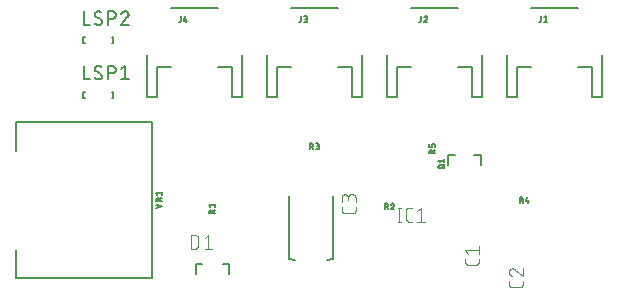
<source format=gbr>
G04 EAGLE Gerber RS-274X export*
G75*
%MOMM*%
%FSLAX34Y34*%
%LPD*%
%AMOC8*
5,1,8,0,0,1.08239X$1,22.5*%
G01*
%ADD10C,0.101600*%
%ADD11C,0.203200*%
%ADD12C,0.152400*%
%ADD13C,0.127000*%


D10*
X393192Y579901D02*
X393192Y577304D01*
X393190Y577205D01*
X393184Y577105D01*
X393175Y577006D01*
X393162Y576908D01*
X393145Y576810D01*
X393124Y576712D01*
X393099Y576616D01*
X393071Y576521D01*
X393039Y576427D01*
X393004Y576334D01*
X392965Y576242D01*
X392922Y576152D01*
X392877Y576064D01*
X392827Y575977D01*
X392775Y575893D01*
X392719Y575810D01*
X392661Y575730D01*
X392599Y575652D01*
X392534Y575577D01*
X392466Y575504D01*
X392396Y575434D01*
X392323Y575366D01*
X392248Y575301D01*
X392170Y575239D01*
X392090Y575181D01*
X392007Y575125D01*
X391923Y575073D01*
X391836Y575023D01*
X391748Y574978D01*
X391658Y574935D01*
X391566Y574896D01*
X391473Y574861D01*
X391379Y574829D01*
X391284Y574801D01*
X391188Y574776D01*
X391090Y574755D01*
X390992Y574738D01*
X390894Y574725D01*
X390795Y574716D01*
X390695Y574710D01*
X390596Y574708D01*
X384104Y574708D01*
X384005Y574710D01*
X383905Y574716D01*
X383806Y574725D01*
X383708Y574738D01*
X383610Y574756D01*
X383512Y574776D01*
X383416Y574801D01*
X383320Y574829D01*
X383226Y574861D01*
X383133Y574896D01*
X383042Y574935D01*
X382952Y574978D01*
X382863Y575023D01*
X382777Y575073D01*
X382692Y575125D01*
X382610Y575181D01*
X382530Y575240D01*
X382452Y575301D01*
X382376Y575366D01*
X382303Y575434D01*
X382233Y575504D01*
X382165Y575577D01*
X382100Y575653D01*
X382039Y575731D01*
X381980Y575811D01*
X381924Y575893D01*
X381872Y575978D01*
X381823Y576064D01*
X381777Y576153D01*
X381734Y576243D01*
X381695Y576334D01*
X381660Y576427D01*
X381628Y576521D01*
X381600Y576617D01*
X381575Y576713D01*
X381555Y576811D01*
X381537Y576909D01*
X381524Y577007D01*
X381515Y577106D01*
X381509Y577205D01*
X381507Y577305D01*
X381508Y577304D02*
X381508Y579901D01*
X384104Y584266D02*
X381508Y587512D01*
X393192Y587512D01*
X393192Y590757D02*
X393192Y584266D01*
X430342Y560851D02*
X430342Y558254D01*
X430340Y558155D01*
X430334Y558055D01*
X430325Y557956D01*
X430312Y557858D01*
X430295Y557760D01*
X430274Y557662D01*
X430249Y557566D01*
X430221Y557471D01*
X430189Y557377D01*
X430154Y557284D01*
X430115Y557192D01*
X430072Y557102D01*
X430027Y557014D01*
X429977Y556927D01*
X429925Y556843D01*
X429869Y556760D01*
X429811Y556680D01*
X429749Y556602D01*
X429684Y556527D01*
X429616Y556454D01*
X429546Y556384D01*
X429473Y556316D01*
X429398Y556251D01*
X429320Y556189D01*
X429240Y556131D01*
X429157Y556075D01*
X429073Y556023D01*
X428986Y555973D01*
X428898Y555928D01*
X428808Y555885D01*
X428716Y555846D01*
X428623Y555811D01*
X428529Y555779D01*
X428434Y555751D01*
X428338Y555726D01*
X428240Y555705D01*
X428142Y555688D01*
X428044Y555675D01*
X427945Y555666D01*
X427845Y555660D01*
X427746Y555658D01*
X421254Y555658D01*
X421155Y555660D01*
X421055Y555666D01*
X420956Y555675D01*
X420858Y555688D01*
X420760Y555706D01*
X420662Y555726D01*
X420566Y555751D01*
X420470Y555779D01*
X420376Y555811D01*
X420283Y555846D01*
X420192Y555885D01*
X420102Y555928D01*
X420013Y555973D01*
X419927Y556023D01*
X419842Y556075D01*
X419760Y556131D01*
X419680Y556190D01*
X419602Y556251D01*
X419526Y556316D01*
X419453Y556384D01*
X419383Y556454D01*
X419315Y556527D01*
X419250Y556603D01*
X419189Y556681D01*
X419130Y556761D01*
X419074Y556843D01*
X419022Y556928D01*
X418973Y557014D01*
X418927Y557103D01*
X418884Y557193D01*
X418845Y557284D01*
X418810Y557377D01*
X418778Y557471D01*
X418750Y557567D01*
X418725Y557663D01*
X418705Y557761D01*
X418687Y557859D01*
X418674Y557957D01*
X418665Y558056D01*
X418659Y558155D01*
X418657Y558255D01*
X418658Y558254D02*
X418658Y560851D01*
X418658Y568786D02*
X418660Y568893D01*
X418666Y568999D01*
X418676Y569105D01*
X418689Y569211D01*
X418707Y569317D01*
X418728Y569421D01*
X418753Y569525D01*
X418782Y569628D01*
X418814Y569729D01*
X418851Y569829D01*
X418891Y569928D01*
X418934Y570026D01*
X418981Y570122D01*
X419032Y570216D01*
X419086Y570308D01*
X419143Y570398D01*
X419203Y570486D01*
X419267Y570571D01*
X419334Y570654D01*
X419404Y570735D01*
X419476Y570813D01*
X419552Y570889D01*
X419630Y570961D01*
X419711Y571031D01*
X419794Y571098D01*
X419879Y571162D01*
X419967Y571222D01*
X420057Y571279D01*
X420149Y571333D01*
X420243Y571384D01*
X420339Y571431D01*
X420437Y571474D01*
X420536Y571514D01*
X420636Y571551D01*
X420737Y571583D01*
X420840Y571612D01*
X420944Y571637D01*
X421048Y571658D01*
X421154Y571676D01*
X421260Y571689D01*
X421366Y571699D01*
X421472Y571705D01*
X421579Y571707D01*
X418658Y568786D02*
X418660Y568665D01*
X418666Y568544D01*
X418676Y568424D01*
X418689Y568303D01*
X418707Y568184D01*
X418728Y568064D01*
X418753Y567946D01*
X418782Y567829D01*
X418815Y567712D01*
X418851Y567597D01*
X418892Y567483D01*
X418935Y567370D01*
X418983Y567258D01*
X419034Y567149D01*
X419089Y567041D01*
X419147Y566934D01*
X419208Y566830D01*
X419273Y566728D01*
X419341Y566628D01*
X419412Y566530D01*
X419486Y566434D01*
X419563Y566341D01*
X419644Y566251D01*
X419727Y566163D01*
X419813Y566078D01*
X419902Y565995D01*
X419993Y565916D01*
X420087Y565839D01*
X420183Y565766D01*
X420281Y565696D01*
X420382Y565629D01*
X420485Y565565D01*
X420590Y565505D01*
X420697Y565447D01*
X420805Y565394D01*
X420915Y565344D01*
X421027Y565298D01*
X421140Y565255D01*
X421255Y565216D01*
X423851Y570733D02*
X423773Y570812D01*
X423693Y570888D01*
X423610Y570961D01*
X423524Y571031D01*
X423437Y571098D01*
X423346Y571162D01*
X423254Y571222D01*
X423160Y571280D01*
X423063Y571334D01*
X422965Y571384D01*
X422865Y571431D01*
X422764Y571475D01*
X422661Y571515D01*
X422556Y571551D01*
X422451Y571583D01*
X422344Y571612D01*
X422237Y571637D01*
X422128Y571659D01*
X422019Y571676D01*
X421910Y571690D01*
X421800Y571699D01*
X421689Y571705D01*
X421579Y571707D01*
X423851Y570734D02*
X430342Y565216D01*
X430342Y571707D01*
D11*
X269800Y579900D02*
X269800Y633400D01*
X232800Y633400D02*
X232800Y579900D01*
X237800Y578900D01*
X264800Y578900D02*
X269800Y579900D01*
D10*
X288892Y621039D02*
X288892Y623636D01*
X288892Y621039D02*
X288890Y620940D01*
X288884Y620840D01*
X288875Y620741D01*
X288862Y620643D01*
X288845Y620545D01*
X288824Y620447D01*
X288799Y620351D01*
X288771Y620256D01*
X288739Y620162D01*
X288704Y620069D01*
X288665Y619977D01*
X288622Y619887D01*
X288577Y619799D01*
X288527Y619712D01*
X288475Y619628D01*
X288419Y619545D01*
X288361Y619465D01*
X288299Y619387D01*
X288234Y619312D01*
X288166Y619239D01*
X288096Y619169D01*
X288023Y619101D01*
X287948Y619036D01*
X287870Y618974D01*
X287790Y618916D01*
X287707Y618860D01*
X287623Y618808D01*
X287536Y618758D01*
X287448Y618713D01*
X287358Y618670D01*
X287266Y618631D01*
X287173Y618596D01*
X287079Y618564D01*
X286984Y618536D01*
X286888Y618511D01*
X286790Y618490D01*
X286692Y618473D01*
X286594Y618460D01*
X286495Y618451D01*
X286395Y618445D01*
X286296Y618443D01*
X279804Y618443D01*
X279804Y618442D02*
X279705Y618444D01*
X279605Y618450D01*
X279506Y618459D01*
X279408Y618472D01*
X279310Y618490D01*
X279212Y618510D01*
X279116Y618535D01*
X279020Y618563D01*
X278926Y618595D01*
X278833Y618630D01*
X278742Y618669D01*
X278652Y618712D01*
X278563Y618757D01*
X278477Y618807D01*
X278392Y618859D01*
X278310Y618915D01*
X278230Y618974D01*
X278152Y619035D01*
X278076Y619100D01*
X278003Y619168D01*
X277933Y619238D01*
X277865Y619311D01*
X277800Y619387D01*
X277739Y619465D01*
X277680Y619545D01*
X277624Y619627D01*
X277572Y619712D01*
X277523Y619798D01*
X277477Y619887D01*
X277434Y619977D01*
X277395Y620068D01*
X277360Y620161D01*
X277328Y620255D01*
X277300Y620351D01*
X277275Y620447D01*
X277255Y620545D01*
X277237Y620643D01*
X277224Y620741D01*
X277215Y620840D01*
X277209Y620939D01*
X277207Y621039D01*
X277208Y621039D02*
X277208Y623636D01*
X288892Y628001D02*
X288892Y631246D01*
X288890Y631359D01*
X288884Y631472D01*
X288874Y631585D01*
X288860Y631698D01*
X288843Y631810D01*
X288821Y631921D01*
X288796Y632031D01*
X288766Y632141D01*
X288733Y632249D01*
X288696Y632356D01*
X288656Y632462D01*
X288611Y632566D01*
X288563Y632669D01*
X288512Y632770D01*
X288457Y632869D01*
X288399Y632966D01*
X288337Y633061D01*
X288272Y633154D01*
X288204Y633244D01*
X288133Y633332D01*
X288058Y633418D01*
X287981Y633501D01*
X287901Y633581D01*
X287818Y633658D01*
X287732Y633733D01*
X287644Y633804D01*
X287554Y633872D01*
X287461Y633937D01*
X287366Y633999D01*
X287269Y634057D01*
X287170Y634112D01*
X287069Y634163D01*
X286966Y634211D01*
X286862Y634256D01*
X286756Y634296D01*
X286649Y634333D01*
X286541Y634366D01*
X286431Y634396D01*
X286321Y634421D01*
X286210Y634443D01*
X286098Y634460D01*
X285985Y634474D01*
X285872Y634484D01*
X285759Y634490D01*
X285646Y634492D01*
X285533Y634490D01*
X285420Y634484D01*
X285307Y634474D01*
X285194Y634460D01*
X285082Y634443D01*
X284971Y634421D01*
X284861Y634396D01*
X284751Y634366D01*
X284643Y634333D01*
X284536Y634296D01*
X284430Y634256D01*
X284326Y634211D01*
X284223Y634163D01*
X284122Y634112D01*
X284023Y634057D01*
X283926Y633999D01*
X283831Y633937D01*
X283738Y633872D01*
X283648Y633804D01*
X283560Y633733D01*
X283474Y633658D01*
X283391Y633581D01*
X283311Y633501D01*
X283234Y633418D01*
X283159Y633332D01*
X283088Y633244D01*
X283020Y633154D01*
X282955Y633061D01*
X282893Y632966D01*
X282835Y632869D01*
X282780Y632770D01*
X282729Y632669D01*
X282681Y632566D01*
X282636Y632462D01*
X282596Y632356D01*
X282559Y632249D01*
X282526Y632141D01*
X282496Y632031D01*
X282471Y631921D01*
X282449Y631810D01*
X282432Y631698D01*
X282418Y631585D01*
X282408Y631472D01*
X282402Y631359D01*
X282400Y631246D01*
X277208Y631896D02*
X277208Y628001D01*
X277208Y631896D02*
X277210Y631997D01*
X277216Y632097D01*
X277226Y632197D01*
X277239Y632297D01*
X277257Y632396D01*
X277278Y632495D01*
X277303Y632592D01*
X277332Y632689D01*
X277365Y632784D01*
X277401Y632878D01*
X277441Y632970D01*
X277484Y633061D01*
X277531Y633150D01*
X277581Y633237D01*
X277635Y633323D01*
X277692Y633406D01*
X277752Y633486D01*
X277815Y633565D01*
X277882Y633641D01*
X277951Y633714D01*
X278023Y633784D01*
X278097Y633852D01*
X278174Y633917D01*
X278254Y633978D01*
X278336Y634037D01*
X278420Y634092D01*
X278506Y634144D01*
X278594Y634193D01*
X278684Y634238D01*
X278776Y634280D01*
X278869Y634318D01*
X278964Y634352D01*
X279059Y634383D01*
X279156Y634410D01*
X279254Y634433D01*
X279353Y634453D01*
X279453Y634468D01*
X279553Y634480D01*
X279653Y634488D01*
X279754Y634492D01*
X279854Y634492D01*
X279955Y634488D01*
X280055Y634480D01*
X280155Y634468D01*
X280255Y634453D01*
X280354Y634433D01*
X280452Y634410D01*
X280549Y634383D01*
X280644Y634352D01*
X280739Y634318D01*
X280832Y634280D01*
X280924Y634238D01*
X281014Y634193D01*
X281102Y634144D01*
X281188Y634092D01*
X281272Y634037D01*
X281354Y633978D01*
X281434Y633917D01*
X281511Y633852D01*
X281585Y633784D01*
X281657Y633714D01*
X281726Y633641D01*
X281793Y633565D01*
X281856Y633486D01*
X281916Y633406D01*
X281973Y633323D01*
X282027Y633237D01*
X282077Y633150D01*
X282124Y633061D01*
X282167Y632970D01*
X282207Y632878D01*
X282243Y632784D01*
X282276Y632689D01*
X282305Y632592D01*
X282330Y632495D01*
X282351Y632396D01*
X282369Y632297D01*
X282382Y632197D01*
X282392Y632097D01*
X282398Y631997D01*
X282400Y631896D01*
X282401Y631896D02*
X282401Y629299D01*
D12*
X153576Y575404D02*
X153576Y567276D01*
X153576Y575404D02*
X159164Y575404D01*
X182024Y575404D02*
X182024Y567276D01*
X182024Y575404D02*
X176436Y575404D01*
D10*
X149258Y588358D02*
X149258Y600042D01*
X152504Y600042D01*
X152617Y600040D01*
X152730Y600034D01*
X152843Y600024D01*
X152956Y600010D01*
X153068Y599993D01*
X153179Y599971D01*
X153289Y599946D01*
X153399Y599916D01*
X153507Y599883D01*
X153614Y599846D01*
X153720Y599806D01*
X153824Y599761D01*
X153927Y599713D01*
X154028Y599662D01*
X154127Y599607D01*
X154224Y599549D01*
X154319Y599487D01*
X154412Y599422D01*
X154502Y599354D01*
X154590Y599283D01*
X154676Y599208D01*
X154759Y599131D01*
X154839Y599051D01*
X154916Y598968D01*
X154991Y598882D01*
X155062Y598794D01*
X155130Y598704D01*
X155195Y598611D01*
X155257Y598516D01*
X155315Y598419D01*
X155370Y598320D01*
X155421Y598219D01*
X155469Y598116D01*
X155514Y598012D01*
X155554Y597906D01*
X155591Y597799D01*
X155624Y597691D01*
X155654Y597581D01*
X155679Y597471D01*
X155701Y597360D01*
X155718Y597248D01*
X155732Y597135D01*
X155742Y597022D01*
X155748Y596909D01*
X155750Y596796D01*
X155749Y596796D02*
X155749Y591604D01*
X155750Y591604D02*
X155748Y591491D01*
X155742Y591378D01*
X155732Y591265D01*
X155718Y591152D01*
X155701Y591040D01*
X155679Y590929D01*
X155654Y590819D01*
X155624Y590709D01*
X155591Y590601D01*
X155554Y590494D01*
X155514Y590388D01*
X155469Y590284D01*
X155421Y590181D01*
X155370Y590080D01*
X155315Y589981D01*
X155257Y589884D01*
X155195Y589789D01*
X155130Y589696D01*
X155062Y589606D01*
X154991Y589518D01*
X154916Y589432D01*
X154839Y589349D01*
X154759Y589269D01*
X154676Y589192D01*
X154590Y589117D01*
X154502Y589046D01*
X154412Y588978D01*
X154319Y588913D01*
X154224Y588851D01*
X154127Y588793D01*
X154028Y588738D01*
X153927Y588687D01*
X153824Y588639D01*
X153720Y588594D01*
X153614Y588554D01*
X153507Y588517D01*
X153399Y588484D01*
X153289Y588454D01*
X153179Y588429D01*
X153068Y588407D01*
X152956Y588390D01*
X152843Y588376D01*
X152730Y588366D01*
X152617Y588360D01*
X152504Y588358D01*
X149258Y588358D01*
X161069Y597446D02*
X164315Y600042D01*
X164315Y588358D01*
X167560Y588358D02*
X161069Y588358D01*
X325656Y611378D02*
X325656Y623062D01*
X324358Y611378D02*
X326954Y611378D01*
X326954Y623062D02*
X324358Y623062D01*
X334118Y611378D02*
X336714Y611378D01*
X334118Y611378D02*
X334019Y611380D01*
X333919Y611386D01*
X333820Y611395D01*
X333722Y611408D01*
X333624Y611425D01*
X333526Y611446D01*
X333430Y611471D01*
X333335Y611499D01*
X333241Y611531D01*
X333148Y611566D01*
X333056Y611605D01*
X332966Y611648D01*
X332878Y611693D01*
X332791Y611743D01*
X332707Y611795D01*
X332624Y611851D01*
X332544Y611909D01*
X332466Y611971D01*
X332391Y612036D01*
X332318Y612104D01*
X332248Y612174D01*
X332180Y612247D01*
X332115Y612322D01*
X332053Y612400D01*
X331995Y612480D01*
X331939Y612563D01*
X331887Y612647D01*
X331837Y612734D01*
X331792Y612822D01*
X331749Y612912D01*
X331710Y613004D01*
X331675Y613097D01*
X331643Y613191D01*
X331615Y613286D01*
X331590Y613382D01*
X331569Y613480D01*
X331552Y613578D01*
X331539Y613676D01*
X331530Y613775D01*
X331524Y613875D01*
X331522Y613974D01*
X331521Y613974D02*
X331521Y620466D01*
X331522Y620466D02*
X331524Y620565D01*
X331530Y620665D01*
X331539Y620764D01*
X331552Y620862D01*
X331569Y620960D01*
X331590Y621058D01*
X331615Y621154D01*
X331643Y621249D01*
X331675Y621343D01*
X331710Y621436D01*
X331749Y621528D01*
X331792Y621618D01*
X331837Y621706D01*
X331887Y621793D01*
X331939Y621877D01*
X331995Y621960D01*
X332053Y622040D01*
X332115Y622118D01*
X332180Y622193D01*
X332248Y622266D01*
X332318Y622336D01*
X332391Y622404D01*
X332466Y622469D01*
X332544Y622531D01*
X332624Y622589D01*
X332707Y622645D01*
X332791Y622697D01*
X332878Y622747D01*
X332966Y622792D01*
X333056Y622835D01*
X333148Y622874D01*
X333240Y622909D01*
X333335Y622941D01*
X333430Y622969D01*
X333526Y622994D01*
X333624Y623015D01*
X333722Y623032D01*
X333820Y623045D01*
X333919Y623054D01*
X334019Y623060D01*
X334118Y623062D01*
X336714Y623062D01*
X341080Y620466D02*
X344325Y623062D01*
X344325Y611378D01*
X341080Y611378D02*
X347571Y611378D01*
D11*
X417200Y717000D02*
X417200Y752000D01*
X417200Y717000D02*
X425200Y717000D01*
X425200Y742000D01*
X437200Y742000D01*
X477200Y742000D02*
X489200Y742000D01*
X489200Y717000D01*
X497200Y717000D01*
X497200Y752000D01*
X477200Y792000D02*
X437200Y792000D01*
D13*
X445474Y785241D02*
X445474Y781487D01*
X445473Y781487D02*
X445471Y781422D01*
X445465Y781358D01*
X445455Y781294D01*
X445442Y781230D01*
X445424Y781168D01*
X445403Y781107D01*
X445379Y781047D01*
X445350Y780989D01*
X445318Y780932D01*
X445283Y780878D01*
X445245Y780826D01*
X445203Y780776D01*
X445159Y780729D01*
X445112Y780685D01*
X445062Y780643D01*
X445010Y780605D01*
X444956Y780570D01*
X444899Y780538D01*
X444841Y780509D01*
X444781Y780485D01*
X444720Y780464D01*
X444658Y780446D01*
X444594Y780433D01*
X444530Y780423D01*
X444466Y780417D01*
X444401Y780415D01*
X443865Y780415D01*
X448422Y784169D02*
X449762Y785241D01*
X449762Y780415D01*
X448422Y780415D02*
X451103Y780415D01*
D11*
X315600Y752000D02*
X315600Y717000D01*
X323600Y717000D01*
X323600Y742000D01*
X335600Y742000D01*
X375600Y742000D02*
X387600Y742000D01*
X387600Y717000D01*
X395600Y717000D01*
X395600Y752000D01*
X375600Y792000D02*
X335600Y792000D01*
D13*
X343874Y785241D02*
X343874Y781487D01*
X343873Y781487D02*
X343871Y781422D01*
X343865Y781358D01*
X343855Y781294D01*
X343842Y781230D01*
X343824Y781168D01*
X343803Y781107D01*
X343779Y781047D01*
X343750Y780989D01*
X343718Y780932D01*
X343683Y780878D01*
X343645Y780826D01*
X343603Y780776D01*
X343559Y780729D01*
X343512Y780685D01*
X343462Y780643D01*
X343410Y780605D01*
X343356Y780570D01*
X343299Y780538D01*
X343241Y780509D01*
X343181Y780485D01*
X343120Y780464D01*
X343058Y780446D01*
X342994Y780433D01*
X342930Y780423D01*
X342866Y780417D01*
X342801Y780415D01*
X342265Y780415D01*
X348296Y785241D02*
X348364Y785239D01*
X348431Y785233D01*
X348498Y785224D01*
X348565Y785211D01*
X348630Y785194D01*
X348695Y785173D01*
X348758Y785149D01*
X348820Y785121D01*
X348880Y785090D01*
X348938Y785056D01*
X348994Y785018D01*
X349049Y784978D01*
X349100Y784934D01*
X349149Y784887D01*
X349196Y784838D01*
X349240Y784787D01*
X349280Y784732D01*
X349318Y784676D01*
X349352Y784618D01*
X349383Y784558D01*
X349411Y784496D01*
X349435Y784433D01*
X349456Y784368D01*
X349473Y784303D01*
X349486Y784236D01*
X349495Y784169D01*
X349501Y784102D01*
X349503Y784034D01*
X348296Y785241D02*
X348218Y785239D01*
X348140Y785233D01*
X348063Y785223D01*
X347986Y785210D01*
X347910Y785192D01*
X347835Y785171D01*
X347761Y785146D01*
X347689Y785117D01*
X347618Y785085D01*
X347549Y785049D01*
X347481Y785010D01*
X347416Y784967D01*
X347353Y784921D01*
X347292Y784872D01*
X347234Y784820D01*
X347179Y784765D01*
X347126Y784708D01*
X347077Y784648D01*
X347030Y784585D01*
X346987Y784521D01*
X346947Y784454D01*
X346910Y784385D01*
X346877Y784314D01*
X346847Y784242D01*
X346821Y784169D01*
X349101Y783096D02*
X349150Y783145D01*
X349197Y783197D01*
X349240Y783252D01*
X349281Y783309D01*
X349319Y783368D01*
X349353Y783429D01*
X349384Y783492D01*
X349412Y783556D01*
X349436Y783622D01*
X349456Y783688D01*
X349473Y783756D01*
X349486Y783825D01*
X349495Y783894D01*
X349501Y783964D01*
X349503Y784034D01*
X349101Y783096D02*
X346822Y780415D01*
X349503Y780415D01*
D11*
X214000Y752000D02*
X214000Y717000D01*
X222000Y717000D01*
X222000Y742000D01*
X234000Y742000D01*
X274000Y742000D02*
X286000Y742000D01*
X286000Y717000D01*
X294000Y717000D01*
X294000Y752000D01*
X274000Y792000D02*
X234000Y792000D01*
D13*
X242274Y785241D02*
X242274Y781487D01*
X242273Y781487D02*
X242271Y781422D01*
X242265Y781358D01*
X242255Y781294D01*
X242242Y781230D01*
X242224Y781168D01*
X242203Y781107D01*
X242179Y781047D01*
X242150Y780989D01*
X242118Y780932D01*
X242083Y780878D01*
X242045Y780826D01*
X242003Y780776D01*
X241959Y780729D01*
X241912Y780685D01*
X241862Y780643D01*
X241810Y780605D01*
X241756Y780570D01*
X241699Y780538D01*
X241641Y780509D01*
X241581Y780485D01*
X241520Y780464D01*
X241458Y780446D01*
X241394Y780433D01*
X241330Y780423D01*
X241266Y780417D01*
X241201Y780415D01*
X240665Y780415D01*
X245222Y780415D02*
X246562Y780415D01*
X246633Y780417D01*
X246705Y780423D01*
X246775Y780432D01*
X246845Y780445D01*
X246915Y780462D01*
X246983Y780483D01*
X247050Y780507D01*
X247116Y780535D01*
X247180Y780566D01*
X247243Y780601D01*
X247303Y780639D01*
X247362Y780680D01*
X247418Y780724D01*
X247472Y780771D01*
X247523Y780820D01*
X247571Y780873D01*
X247617Y780928D01*
X247659Y780985D01*
X247699Y781045D01*
X247735Y781106D01*
X247768Y781170D01*
X247797Y781235D01*
X247823Y781301D01*
X247846Y781369D01*
X247865Y781438D01*
X247880Y781508D01*
X247891Y781578D01*
X247899Y781649D01*
X247903Y781720D01*
X247903Y781792D01*
X247899Y781863D01*
X247891Y781934D01*
X247880Y782004D01*
X247865Y782074D01*
X247846Y782143D01*
X247823Y782211D01*
X247797Y782277D01*
X247768Y782342D01*
X247735Y782406D01*
X247699Y782467D01*
X247659Y782527D01*
X247617Y782584D01*
X247571Y782639D01*
X247523Y782692D01*
X247472Y782741D01*
X247418Y782788D01*
X247362Y782832D01*
X247303Y782873D01*
X247243Y782911D01*
X247180Y782946D01*
X247116Y782977D01*
X247050Y783005D01*
X246983Y783029D01*
X246915Y783050D01*
X246845Y783067D01*
X246775Y783080D01*
X246705Y783089D01*
X246633Y783095D01*
X246562Y783097D01*
X246830Y785241D02*
X245222Y785241D01*
X246830Y785241D02*
X246895Y785239D01*
X246959Y785233D01*
X247023Y785223D01*
X247087Y785210D01*
X247149Y785192D01*
X247210Y785171D01*
X247270Y785147D01*
X247328Y785118D01*
X247385Y785086D01*
X247439Y785051D01*
X247491Y785013D01*
X247541Y784971D01*
X247588Y784927D01*
X247632Y784880D01*
X247674Y784830D01*
X247712Y784778D01*
X247747Y784724D01*
X247779Y784667D01*
X247808Y784609D01*
X247832Y784549D01*
X247853Y784488D01*
X247871Y784426D01*
X247884Y784362D01*
X247894Y784298D01*
X247900Y784234D01*
X247902Y784169D01*
X247900Y784104D01*
X247894Y784040D01*
X247884Y783976D01*
X247871Y783912D01*
X247853Y783850D01*
X247832Y783789D01*
X247808Y783729D01*
X247779Y783671D01*
X247747Y783614D01*
X247712Y783560D01*
X247674Y783508D01*
X247632Y783458D01*
X247588Y783411D01*
X247541Y783367D01*
X247491Y783325D01*
X247439Y783287D01*
X247385Y783252D01*
X247328Y783220D01*
X247270Y783191D01*
X247210Y783167D01*
X247149Y783146D01*
X247087Y783128D01*
X247023Y783115D01*
X246959Y783105D01*
X246895Y783099D01*
X246830Y783097D01*
X246830Y783096D02*
X245758Y783096D01*
D11*
X367000Y667400D02*
X373000Y667400D01*
X367000Y667400D02*
X367000Y659400D01*
X389000Y667400D02*
X395000Y667400D01*
X395000Y659400D01*
D13*
X362514Y656513D02*
X360370Y656513D01*
X360299Y656515D01*
X360227Y656521D01*
X360157Y656530D01*
X360087Y656543D01*
X360017Y656560D01*
X359949Y656581D01*
X359882Y656605D01*
X359816Y656633D01*
X359752Y656664D01*
X359689Y656699D01*
X359629Y656737D01*
X359570Y656778D01*
X359514Y656822D01*
X359460Y656869D01*
X359409Y656918D01*
X359361Y656971D01*
X359315Y657026D01*
X359273Y657083D01*
X359233Y657143D01*
X359197Y657204D01*
X359164Y657268D01*
X359135Y657333D01*
X359109Y657399D01*
X359086Y657467D01*
X359067Y657536D01*
X359052Y657606D01*
X359041Y657676D01*
X359033Y657747D01*
X359029Y657818D01*
X359029Y657890D01*
X359033Y657961D01*
X359041Y658032D01*
X359052Y658102D01*
X359067Y658172D01*
X359086Y658241D01*
X359109Y658309D01*
X359135Y658375D01*
X359164Y658440D01*
X359197Y658504D01*
X359233Y658565D01*
X359273Y658625D01*
X359315Y658682D01*
X359361Y658737D01*
X359409Y658790D01*
X359460Y658839D01*
X359514Y658886D01*
X359570Y658930D01*
X359629Y658971D01*
X359689Y659009D01*
X359752Y659044D01*
X359816Y659075D01*
X359882Y659103D01*
X359949Y659127D01*
X360017Y659148D01*
X360087Y659165D01*
X360157Y659178D01*
X360227Y659187D01*
X360299Y659193D01*
X360370Y659195D01*
X360370Y659194D02*
X362514Y659194D01*
X362514Y659195D02*
X362585Y659193D01*
X362657Y659187D01*
X362727Y659178D01*
X362797Y659165D01*
X362867Y659148D01*
X362935Y659127D01*
X363002Y659103D01*
X363068Y659075D01*
X363132Y659044D01*
X363195Y659009D01*
X363255Y658971D01*
X363314Y658930D01*
X363370Y658886D01*
X363424Y658839D01*
X363475Y658790D01*
X363523Y658737D01*
X363569Y658682D01*
X363611Y658625D01*
X363651Y658565D01*
X363687Y658504D01*
X363720Y658440D01*
X363749Y658375D01*
X363775Y658309D01*
X363798Y658241D01*
X363817Y658172D01*
X363832Y658102D01*
X363843Y658032D01*
X363851Y657961D01*
X363855Y657890D01*
X363855Y657818D01*
X363851Y657747D01*
X363843Y657676D01*
X363832Y657606D01*
X363817Y657536D01*
X363798Y657467D01*
X363775Y657399D01*
X363749Y657333D01*
X363720Y657268D01*
X363687Y657204D01*
X363651Y657143D01*
X363611Y657083D01*
X363569Y657026D01*
X363523Y656971D01*
X363475Y656918D01*
X363424Y656869D01*
X363370Y656822D01*
X363314Y656778D01*
X363255Y656737D01*
X363195Y656699D01*
X363132Y656664D01*
X363068Y656633D01*
X363002Y656605D01*
X362935Y656581D01*
X362867Y656560D01*
X362797Y656543D01*
X362727Y656530D01*
X362657Y656521D01*
X362585Y656515D01*
X362514Y656513D01*
X362783Y658658D02*
X363855Y659731D01*
X360101Y661606D02*
X359029Y662946D01*
X363855Y662946D01*
X363855Y661606D02*
X363855Y664287D01*
X169545Y618248D02*
X164719Y618248D01*
X164719Y619589D01*
X164721Y619660D01*
X164727Y619732D01*
X164736Y619802D01*
X164749Y619872D01*
X164766Y619942D01*
X164787Y620010D01*
X164811Y620077D01*
X164839Y620143D01*
X164870Y620207D01*
X164905Y620270D01*
X164943Y620330D01*
X164984Y620389D01*
X165028Y620445D01*
X165075Y620499D01*
X165124Y620550D01*
X165177Y620598D01*
X165232Y620644D01*
X165289Y620686D01*
X165349Y620726D01*
X165410Y620762D01*
X165474Y620795D01*
X165539Y620824D01*
X165605Y620850D01*
X165673Y620873D01*
X165742Y620892D01*
X165812Y620907D01*
X165882Y620918D01*
X165953Y620926D01*
X166024Y620930D01*
X166096Y620930D01*
X166167Y620926D01*
X166238Y620918D01*
X166308Y620907D01*
X166378Y620892D01*
X166447Y620873D01*
X166515Y620850D01*
X166581Y620824D01*
X166646Y620795D01*
X166710Y620762D01*
X166771Y620726D01*
X166831Y620686D01*
X166888Y620644D01*
X166943Y620598D01*
X166996Y620550D01*
X167045Y620499D01*
X167092Y620445D01*
X167136Y620389D01*
X167177Y620330D01*
X167215Y620270D01*
X167250Y620207D01*
X167281Y620143D01*
X167309Y620077D01*
X167333Y620010D01*
X167354Y619942D01*
X167371Y619872D01*
X167384Y619802D01*
X167393Y619732D01*
X167399Y619660D01*
X167401Y619589D01*
X167400Y619589D02*
X167400Y618248D01*
X167400Y619857D02*
X169545Y620929D01*
X165791Y623671D02*
X164719Y625011D01*
X169545Y625011D01*
X169545Y623671D02*
X169545Y626352D01*
X313448Y626745D02*
X313448Y621919D01*
X313448Y626745D02*
X314789Y626745D01*
X314860Y626743D01*
X314932Y626737D01*
X315002Y626728D01*
X315072Y626715D01*
X315142Y626698D01*
X315210Y626677D01*
X315277Y626653D01*
X315343Y626625D01*
X315407Y626594D01*
X315470Y626559D01*
X315530Y626521D01*
X315589Y626480D01*
X315645Y626436D01*
X315699Y626389D01*
X315750Y626340D01*
X315798Y626287D01*
X315844Y626232D01*
X315886Y626175D01*
X315926Y626115D01*
X315962Y626054D01*
X315995Y625990D01*
X316024Y625925D01*
X316050Y625859D01*
X316073Y625791D01*
X316092Y625722D01*
X316107Y625652D01*
X316118Y625582D01*
X316126Y625511D01*
X316130Y625440D01*
X316130Y625368D01*
X316126Y625297D01*
X316118Y625226D01*
X316107Y625156D01*
X316092Y625086D01*
X316073Y625017D01*
X316050Y624949D01*
X316024Y624883D01*
X315995Y624818D01*
X315962Y624754D01*
X315926Y624693D01*
X315886Y624633D01*
X315844Y624576D01*
X315798Y624521D01*
X315750Y624468D01*
X315699Y624419D01*
X315645Y624372D01*
X315589Y624328D01*
X315530Y624287D01*
X315470Y624249D01*
X315407Y624214D01*
X315343Y624183D01*
X315277Y624155D01*
X315210Y624131D01*
X315142Y624110D01*
X315072Y624093D01*
X315002Y624080D01*
X314932Y624071D01*
X314860Y624065D01*
X314789Y624063D01*
X314789Y624064D02*
X313448Y624064D01*
X315057Y624064D02*
X316129Y621919D01*
X320345Y626745D02*
X320413Y626743D01*
X320480Y626737D01*
X320547Y626728D01*
X320614Y626715D01*
X320679Y626698D01*
X320744Y626677D01*
X320807Y626653D01*
X320869Y626625D01*
X320929Y626594D01*
X320987Y626560D01*
X321043Y626522D01*
X321098Y626482D01*
X321149Y626438D01*
X321198Y626391D01*
X321245Y626342D01*
X321289Y626291D01*
X321329Y626236D01*
X321367Y626180D01*
X321401Y626122D01*
X321432Y626062D01*
X321460Y626000D01*
X321484Y625937D01*
X321505Y625872D01*
X321522Y625807D01*
X321535Y625740D01*
X321544Y625673D01*
X321550Y625606D01*
X321552Y625538D01*
X320345Y626745D02*
X320267Y626743D01*
X320189Y626737D01*
X320112Y626727D01*
X320035Y626714D01*
X319959Y626696D01*
X319884Y626675D01*
X319810Y626650D01*
X319738Y626621D01*
X319667Y626589D01*
X319598Y626553D01*
X319530Y626514D01*
X319465Y626471D01*
X319402Y626425D01*
X319341Y626376D01*
X319283Y626324D01*
X319228Y626269D01*
X319175Y626212D01*
X319126Y626152D01*
X319079Y626089D01*
X319036Y626025D01*
X318996Y625958D01*
X318959Y625889D01*
X318926Y625818D01*
X318896Y625746D01*
X318870Y625673D01*
X321150Y624600D02*
X321199Y624649D01*
X321246Y624701D01*
X321289Y624756D01*
X321330Y624813D01*
X321368Y624872D01*
X321402Y624933D01*
X321433Y624996D01*
X321461Y625060D01*
X321485Y625126D01*
X321505Y625192D01*
X321522Y625260D01*
X321535Y625329D01*
X321544Y625398D01*
X321550Y625468D01*
X321552Y625538D01*
X321150Y624600D02*
X318871Y621919D01*
X321552Y621919D01*
X249948Y672719D02*
X249948Y677545D01*
X251289Y677545D01*
X251360Y677543D01*
X251432Y677537D01*
X251502Y677528D01*
X251572Y677515D01*
X251642Y677498D01*
X251710Y677477D01*
X251777Y677453D01*
X251843Y677425D01*
X251907Y677394D01*
X251970Y677359D01*
X252030Y677321D01*
X252089Y677280D01*
X252145Y677236D01*
X252199Y677189D01*
X252250Y677140D01*
X252298Y677087D01*
X252344Y677032D01*
X252386Y676975D01*
X252426Y676915D01*
X252462Y676854D01*
X252495Y676790D01*
X252524Y676725D01*
X252550Y676659D01*
X252573Y676591D01*
X252592Y676522D01*
X252607Y676452D01*
X252618Y676382D01*
X252626Y676311D01*
X252630Y676240D01*
X252630Y676168D01*
X252626Y676097D01*
X252618Y676026D01*
X252607Y675956D01*
X252592Y675886D01*
X252573Y675817D01*
X252550Y675749D01*
X252524Y675683D01*
X252495Y675618D01*
X252462Y675554D01*
X252426Y675493D01*
X252386Y675433D01*
X252344Y675376D01*
X252298Y675321D01*
X252250Y675268D01*
X252199Y675219D01*
X252145Y675172D01*
X252089Y675128D01*
X252030Y675087D01*
X251970Y675049D01*
X251907Y675014D01*
X251843Y674983D01*
X251777Y674955D01*
X251710Y674931D01*
X251642Y674910D01*
X251572Y674893D01*
X251502Y674880D01*
X251432Y674871D01*
X251360Y674865D01*
X251289Y674863D01*
X251289Y674864D02*
X249948Y674864D01*
X251557Y674864D02*
X252629Y672719D01*
X255371Y672719D02*
X256711Y672719D01*
X256782Y672721D01*
X256854Y672727D01*
X256924Y672736D01*
X256994Y672749D01*
X257064Y672766D01*
X257132Y672787D01*
X257199Y672811D01*
X257265Y672839D01*
X257329Y672870D01*
X257392Y672905D01*
X257452Y672943D01*
X257511Y672984D01*
X257567Y673028D01*
X257621Y673075D01*
X257672Y673124D01*
X257720Y673177D01*
X257766Y673232D01*
X257808Y673289D01*
X257848Y673349D01*
X257884Y673410D01*
X257917Y673474D01*
X257946Y673539D01*
X257972Y673605D01*
X257995Y673673D01*
X258014Y673742D01*
X258029Y673812D01*
X258040Y673882D01*
X258048Y673953D01*
X258052Y674024D01*
X258052Y674096D01*
X258048Y674167D01*
X258040Y674238D01*
X258029Y674308D01*
X258014Y674378D01*
X257995Y674447D01*
X257972Y674515D01*
X257946Y674581D01*
X257917Y674646D01*
X257884Y674710D01*
X257848Y674771D01*
X257808Y674831D01*
X257766Y674888D01*
X257720Y674943D01*
X257672Y674996D01*
X257621Y675045D01*
X257567Y675092D01*
X257511Y675136D01*
X257452Y675177D01*
X257392Y675215D01*
X257329Y675250D01*
X257265Y675281D01*
X257199Y675309D01*
X257132Y675333D01*
X257064Y675354D01*
X256994Y675371D01*
X256924Y675384D01*
X256854Y675393D01*
X256782Y675399D01*
X256711Y675401D01*
X256979Y677545D02*
X255371Y677545D01*
X256979Y677545D02*
X257044Y677543D01*
X257108Y677537D01*
X257172Y677527D01*
X257236Y677514D01*
X257298Y677496D01*
X257359Y677475D01*
X257419Y677451D01*
X257477Y677422D01*
X257534Y677390D01*
X257588Y677355D01*
X257640Y677317D01*
X257690Y677275D01*
X257737Y677231D01*
X257781Y677184D01*
X257823Y677134D01*
X257861Y677082D01*
X257896Y677028D01*
X257928Y676971D01*
X257957Y676913D01*
X257981Y676853D01*
X258002Y676792D01*
X258020Y676730D01*
X258033Y676666D01*
X258043Y676602D01*
X258049Y676538D01*
X258051Y676473D01*
X258049Y676408D01*
X258043Y676344D01*
X258033Y676280D01*
X258020Y676216D01*
X258002Y676154D01*
X257981Y676093D01*
X257957Y676033D01*
X257928Y675975D01*
X257896Y675918D01*
X257861Y675864D01*
X257823Y675812D01*
X257781Y675762D01*
X257737Y675715D01*
X257690Y675671D01*
X257640Y675629D01*
X257588Y675591D01*
X257534Y675556D01*
X257477Y675524D01*
X257419Y675495D01*
X257359Y675471D01*
X257298Y675450D01*
X257236Y675432D01*
X257172Y675419D01*
X257108Y675409D01*
X257044Y675403D01*
X256979Y675401D01*
X256979Y675400D02*
X255907Y675400D01*
X427748Y632145D02*
X427748Y627319D01*
X427748Y632145D02*
X429089Y632145D01*
X429160Y632143D01*
X429232Y632137D01*
X429302Y632128D01*
X429372Y632115D01*
X429442Y632098D01*
X429510Y632077D01*
X429577Y632053D01*
X429643Y632025D01*
X429707Y631994D01*
X429770Y631959D01*
X429830Y631921D01*
X429889Y631880D01*
X429945Y631836D01*
X429999Y631789D01*
X430050Y631740D01*
X430098Y631687D01*
X430144Y631632D01*
X430186Y631575D01*
X430226Y631515D01*
X430262Y631454D01*
X430295Y631390D01*
X430324Y631325D01*
X430350Y631259D01*
X430373Y631191D01*
X430392Y631122D01*
X430407Y631052D01*
X430418Y630982D01*
X430426Y630911D01*
X430430Y630840D01*
X430430Y630768D01*
X430426Y630697D01*
X430418Y630626D01*
X430407Y630556D01*
X430392Y630486D01*
X430373Y630417D01*
X430350Y630349D01*
X430324Y630283D01*
X430295Y630218D01*
X430262Y630154D01*
X430226Y630093D01*
X430186Y630033D01*
X430144Y629976D01*
X430098Y629921D01*
X430050Y629868D01*
X429999Y629819D01*
X429945Y629772D01*
X429889Y629728D01*
X429830Y629687D01*
X429770Y629649D01*
X429707Y629614D01*
X429643Y629583D01*
X429577Y629555D01*
X429510Y629531D01*
X429442Y629510D01*
X429372Y629493D01*
X429302Y629480D01*
X429232Y629471D01*
X429160Y629465D01*
X429089Y629463D01*
X429089Y629464D02*
X427748Y629464D01*
X429357Y629464D02*
X430429Y627319D01*
X433171Y628391D02*
X434243Y632145D01*
X433171Y628391D02*
X435852Y628391D01*
X435048Y629464D02*
X435048Y627319D01*
X355981Y669048D02*
X351155Y669048D01*
X351155Y670389D01*
X351157Y670460D01*
X351163Y670532D01*
X351172Y670602D01*
X351185Y670672D01*
X351202Y670742D01*
X351223Y670810D01*
X351247Y670877D01*
X351275Y670943D01*
X351306Y671007D01*
X351341Y671070D01*
X351379Y671130D01*
X351420Y671189D01*
X351464Y671245D01*
X351511Y671299D01*
X351560Y671350D01*
X351613Y671398D01*
X351668Y671444D01*
X351725Y671486D01*
X351785Y671526D01*
X351846Y671562D01*
X351910Y671595D01*
X351975Y671624D01*
X352041Y671650D01*
X352109Y671673D01*
X352178Y671692D01*
X352248Y671707D01*
X352318Y671718D01*
X352389Y671726D01*
X352460Y671730D01*
X352532Y671730D01*
X352603Y671726D01*
X352674Y671718D01*
X352744Y671707D01*
X352814Y671692D01*
X352883Y671673D01*
X352951Y671650D01*
X353017Y671624D01*
X353082Y671595D01*
X353146Y671562D01*
X353207Y671526D01*
X353267Y671486D01*
X353324Y671444D01*
X353379Y671398D01*
X353432Y671350D01*
X353481Y671299D01*
X353528Y671245D01*
X353572Y671189D01*
X353613Y671130D01*
X353651Y671070D01*
X353686Y671007D01*
X353717Y670943D01*
X353745Y670877D01*
X353769Y670810D01*
X353790Y670742D01*
X353807Y670672D01*
X353820Y670602D01*
X353829Y670532D01*
X353835Y670460D01*
X353837Y670389D01*
X353836Y670389D02*
X353836Y669048D01*
X353836Y670657D02*
X355981Y671729D01*
X355981Y674471D02*
X355981Y676079D01*
X355979Y676144D01*
X355973Y676208D01*
X355963Y676272D01*
X355950Y676336D01*
X355932Y676398D01*
X355911Y676459D01*
X355887Y676519D01*
X355858Y676577D01*
X355826Y676634D01*
X355791Y676688D01*
X355753Y676740D01*
X355711Y676790D01*
X355667Y676837D01*
X355620Y676881D01*
X355570Y676923D01*
X355518Y676961D01*
X355464Y676996D01*
X355407Y677028D01*
X355349Y677057D01*
X355289Y677081D01*
X355228Y677102D01*
X355166Y677120D01*
X355102Y677133D01*
X355038Y677143D01*
X354974Y677149D01*
X354909Y677151D01*
X354909Y677152D02*
X354372Y677152D01*
X354372Y677151D02*
X354307Y677149D01*
X354243Y677143D01*
X354179Y677133D01*
X354115Y677120D01*
X354053Y677102D01*
X353992Y677081D01*
X353932Y677057D01*
X353874Y677028D01*
X353817Y676996D01*
X353763Y676961D01*
X353711Y676923D01*
X353661Y676881D01*
X353614Y676837D01*
X353570Y676790D01*
X353528Y676740D01*
X353490Y676688D01*
X353455Y676634D01*
X353423Y676577D01*
X353394Y676519D01*
X353370Y676459D01*
X353349Y676398D01*
X353331Y676336D01*
X353318Y676272D01*
X353308Y676208D01*
X353302Y676144D01*
X353300Y676079D01*
X353300Y674471D01*
X351155Y674471D01*
X351155Y677152D01*
D11*
X116840Y563560D02*
X1270Y563560D01*
X1270Y587690D01*
X1270Y695640D02*
X116840Y695640D01*
X1270Y695640D02*
X1270Y671510D01*
X116840Y695640D02*
X116840Y563560D01*
D13*
X120015Y622548D02*
X124841Y624156D01*
X120015Y625765D01*
X120015Y628549D02*
X124841Y628549D01*
X120015Y628549D02*
X120015Y629889D01*
X120017Y629960D01*
X120023Y630032D01*
X120032Y630102D01*
X120045Y630172D01*
X120062Y630242D01*
X120083Y630310D01*
X120107Y630377D01*
X120135Y630443D01*
X120166Y630507D01*
X120201Y630570D01*
X120239Y630630D01*
X120280Y630689D01*
X120324Y630745D01*
X120371Y630799D01*
X120420Y630850D01*
X120473Y630898D01*
X120528Y630944D01*
X120585Y630986D01*
X120645Y631026D01*
X120706Y631062D01*
X120770Y631095D01*
X120835Y631124D01*
X120901Y631150D01*
X120969Y631173D01*
X121038Y631192D01*
X121108Y631207D01*
X121178Y631218D01*
X121249Y631226D01*
X121320Y631230D01*
X121392Y631230D01*
X121463Y631226D01*
X121534Y631218D01*
X121604Y631207D01*
X121674Y631192D01*
X121743Y631173D01*
X121811Y631150D01*
X121877Y631124D01*
X121942Y631095D01*
X122006Y631062D01*
X122067Y631026D01*
X122127Y630986D01*
X122184Y630944D01*
X122239Y630898D01*
X122292Y630850D01*
X122341Y630799D01*
X122388Y630745D01*
X122432Y630689D01*
X122473Y630630D01*
X122511Y630570D01*
X122546Y630507D01*
X122577Y630443D01*
X122605Y630377D01*
X122629Y630310D01*
X122650Y630242D01*
X122667Y630172D01*
X122680Y630102D01*
X122689Y630032D01*
X122695Y629960D01*
X122697Y629889D01*
X122696Y629889D02*
X122696Y628549D01*
X122696Y630157D02*
X124841Y631230D01*
X121087Y633971D02*
X120015Y635312D01*
X124841Y635312D01*
X124841Y636652D02*
X124841Y633971D01*
D12*
X58100Y715960D02*
X58100Y721040D01*
X83500Y721040D02*
X83500Y715960D01*
X83500Y721040D02*
X82230Y721040D01*
X82230Y715960D02*
X83500Y715960D01*
X59370Y715960D02*
X58100Y715960D01*
X58100Y721040D02*
X59370Y721040D01*
D13*
X58735Y731835D02*
X58735Y743265D01*
X58735Y731835D02*
X63815Y731835D01*
X71664Y731835D02*
X71764Y731837D01*
X71863Y731843D01*
X71963Y731853D01*
X72061Y731866D01*
X72160Y731884D01*
X72257Y731905D01*
X72353Y731930D01*
X72449Y731959D01*
X72543Y731992D01*
X72636Y732028D01*
X72727Y732068D01*
X72817Y732112D01*
X72905Y732159D01*
X72991Y732209D01*
X73075Y732263D01*
X73157Y732320D01*
X73236Y732380D01*
X73314Y732444D01*
X73388Y732510D01*
X73460Y732579D01*
X73529Y732651D01*
X73595Y732725D01*
X73659Y732803D01*
X73719Y732882D01*
X73776Y732964D01*
X73830Y733048D01*
X73880Y733134D01*
X73927Y733222D01*
X73971Y733312D01*
X74011Y733403D01*
X74047Y733496D01*
X74080Y733590D01*
X74109Y733686D01*
X74134Y733782D01*
X74155Y733879D01*
X74173Y733978D01*
X74186Y734076D01*
X74196Y734176D01*
X74202Y734275D01*
X74204Y734375D01*
X71664Y731835D02*
X71523Y731837D01*
X71382Y731842D01*
X71241Y731852D01*
X71100Y731865D01*
X70960Y731881D01*
X70820Y731902D01*
X70681Y731926D01*
X70542Y731954D01*
X70405Y731985D01*
X70268Y732020D01*
X70132Y732058D01*
X69997Y732100D01*
X69864Y732146D01*
X69731Y732195D01*
X69600Y732248D01*
X69471Y732304D01*
X69342Y732363D01*
X69216Y732426D01*
X69091Y732492D01*
X68968Y732561D01*
X68847Y732634D01*
X68728Y732710D01*
X68610Y732789D01*
X68495Y732870D01*
X68383Y732955D01*
X68272Y733043D01*
X68164Y733134D01*
X68058Y733227D01*
X67955Y733324D01*
X67854Y733423D01*
X68171Y740725D02*
X68173Y740825D01*
X68179Y740924D01*
X68189Y741024D01*
X68202Y741122D01*
X68220Y741221D01*
X68241Y741318D01*
X68266Y741414D01*
X68295Y741510D01*
X68328Y741604D01*
X68364Y741697D01*
X68404Y741788D01*
X68448Y741878D01*
X68495Y741966D01*
X68545Y742052D01*
X68599Y742136D01*
X68656Y742218D01*
X68716Y742297D01*
X68780Y742375D01*
X68846Y742449D01*
X68915Y742521D01*
X68987Y742590D01*
X69061Y742656D01*
X69139Y742720D01*
X69218Y742780D01*
X69300Y742837D01*
X69384Y742891D01*
X69470Y742941D01*
X69558Y742988D01*
X69648Y743032D01*
X69739Y743072D01*
X69832Y743108D01*
X69926Y743141D01*
X70022Y743170D01*
X70118Y743195D01*
X70215Y743216D01*
X70314Y743234D01*
X70412Y743247D01*
X70512Y743257D01*
X70611Y743263D01*
X70711Y743265D01*
X70711Y743266D02*
X70844Y743264D01*
X70977Y743259D01*
X71110Y743249D01*
X71243Y743236D01*
X71375Y743219D01*
X71507Y743199D01*
X71638Y743175D01*
X71768Y743147D01*
X71898Y743116D01*
X72026Y743081D01*
X72154Y743042D01*
X72280Y743000D01*
X72405Y742954D01*
X72529Y742905D01*
X72652Y742853D01*
X72773Y742797D01*
X72892Y742737D01*
X73010Y742675D01*
X73125Y742609D01*
X73239Y742540D01*
X73351Y742467D01*
X73461Y742392D01*
X73569Y742313D01*
X69441Y738502D02*
X69357Y738554D01*
X69274Y738609D01*
X69194Y738668D01*
X69116Y738729D01*
X69041Y738793D01*
X68968Y738861D01*
X68897Y738931D01*
X68830Y739003D01*
X68765Y739078D01*
X68703Y739156D01*
X68644Y739236D01*
X68588Y739318D01*
X68536Y739402D01*
X68487Y739488D01*
X68441Y739576D01*
X68398Y739666D01*
X68359Y739757D01*
X68324Y739850D01*
X68292Y739944D01*
X68264Y740039D01*
X68239Y740135D01*
X68219Y740232D01*
X68201Y740330D01*
X68188Y740428D01*
X68179Y740527D01*
X68173Y740626D01*
X68171Y740725D01*
X72934Y736598D02*
X73018Y736546D01*
X73101Y736491D01*
X73181Y736432D01*
X73259Y736371D01*
X73334Y736307D01*
X73407Y736239D01*
X73478Y736169D01*
X73545Y736097D01*
X73610Y736022D01*
X73672Y735944D01*
X73731Y735864D01*
X73787Y735782D01*
X73839Y735698D01*
X73888Y735612D01*
X73934Y735524D01*
X73977Y735434D01*
X74016Y735343D01*
X74051Y735250D01*
X74083Y735156D01*
X74111Y735061D01*
X74136Y734965D01*
X74156Y734868D01*
X74174Y734770D01*
X74187Y734672D01*
X74196Y734573D01*
X74202Y734474D01*
X74204Y734375D01*
X72934Y736598D02*
X69441Y738503D01*
X79474Y743265D02*
X79474Y731835D01*
X79474Y743265D02*
X82649Y743265D01*
X82760Y743263D01*
X82870Y743257D01*
X82981Y743248D01*
X83091Y743234D01*
X83200Y743217D01*
X83309Y743196D01*
X83417Y743171D01*
X83524Y743142D01*
X83630Y743110D01*
X83735Y743074D01*
X83838Y743034D01*
X83940Y742991D01*
X84041Y742944D01*
X84140Y742893D01*
X84237Y742840D01*
X84331Y742783D01*
X84424Y742722D01*
X84515Y742659D01*
X84604Y742592D01*
X84690Y742522D01*
X84773Y742449D01*
X84855Y742374D01*
X84933Y742296D01*
X85008Y742214D01*
X85081Y742131D01*
X85151Y742045D01*
X85218Y741956D01*
X85281Y741865D01*
X85342Y741772D01*
X85399Y741677D01*
X85452Y741581D01*
X85503Y741482D01*
X85550Y741381D01*
X85593Y741279D01*
X85633Y741176D01*
X85669Y741071D01*
X85701Y740965D01*
X85730Y740858D01*
X85755Y740750D01*
X85776Y740641D01*
X85793Y740532D01*
X85807Y740422D01*
X85816Y740311D01*
X85822Y740201D01*
X85824Y740090D01*
X85822Y739979D01*
X85816Y739869D01*
X85807Y739758D01*
X85793Y739648D01*
X85776Y739539D01*
X85755Y739430D01*
X85730Y739322D01*
X85701Y739215D01*
X85669Y739109D01*
X85633Y739004D01*
X85593Y738901D01*
X85550Y738799D01*
X85503Y738698D01*
X85452Y738599D01*
X85399Y738503D01*
X85342Y738408D01*
X85281Y738315D01*
X85218Y738224D01*
X85151Y738135D01*
X85081Y738049D01*
X85008Y737966D01*
X84933Y737884D01*
X84855Y737806D01*
X84773Y737731D01*
X84690Y737658D01*
X84604Y737588D01*
X84515Y737521D01*
X84424Y737458D01*
X84331Y737397D01*
X84236Y737340D01*
X84140Y737287D01*
X84041Y737236D01*
X83940Y737189D01*
X83838Y737146D01*
X83735Y737106D01*
X83630Y737070D01*
X83524Y737038D01*
X83417Y737009D01*
X83309Y736984D01*
X83200Y736963D01*
X83091Y736946D01*
X82981Y736932D01*
X82870Y736923D01*
X82760Y736917D01*
X82649Y736915D01*
X79474Y736915D01*
X90333Y740725D02*
X93508Y743265D01*
X93508Y731835D01*
X90333Y731835D02*
X96683Y731835D01*
D12*
X58100Y762160D02*
X58100Y767240D01*
X83500Y767240D02*
X83500Y762160D01*
X83500Y767240D02*
X82230Y767240D01*
X82230Y762160D02*
X83500Y762160D01*
X59370Y762160D02*
X58100Y762160D01*
X58100Y767240D02*
X59370Y767240D01*
D13*
X58735Y778035D02*
X58735Y789465D01*
X58735Y778035D02*
X63815Y778035D01*
X71664Y778035D02*
X71764Y778037D01*
X71863Y778043D01*
X71963Y778053D01*
X72061Y778066D01*
X72160Y778084D01*
X72257Y778105D01*
X72353Y778130D01*
X72449Y778159D01*
X72543Y778192D01*
X72636Y778228D01*
X72727Y778268D01*
X72817Y778312D01*
X72905Y778359D01*
X72991Y778409D01*
X73075Y778463D01*
X73157Y778520D01*
X73236Y778580D01*
X73314Y778644D01*
X73388Y778710D01*
X73460Y778779D01*
X73529Y778851D01*
X73595Y778925D01*
X73659Y779003D01*
X73719Y779082D01*
X73776Y779164D01*
X73830Y779248D01*
X73880Y779334D01*
X73927Y779422D01*
X73971Y779512D01*
X74011Y779603D01*
X74047Y779696D01*
X74080Y779790D01*
X74109Y779886D01*
X74134Y779982D01*
X74155Y780079D01*
X74173Y780178D01*
X74186Y780276D01*
X74196Y780376D01*
X74202Y780475D01*
X74204Y780575D01*
X71664Y778035D02*
X71523Y778037D01*
X71382Y778042D01*
X71241Y778052D01*
X71100Y778065D01*
X70960Y778081D01*
X70820Y778102D01*
X70681Y778126D01*
X70542Y778154D01*
X70405Y778185D01*
X70268Y778220D01*
X70132Y778258D01*
X69997Y778300D01*
X69864Y778346D01*
X69731Y778395D01*
X69600Y778448D01*
X69471Y778504D01*
X69342Y778563D01*
X69216Y778626D01*
X69091Y778692D01*
X68968Y778761D01*
X68847Y778834D01*
X68728Y778910D01*
X68610Y778989D01*
X68495Y779070D01*
X68383Y779155D01*
X68272Y779243D01*
X68164Y779334D01*
X68058Y779427D01*
X67955Y779524D01*
X67854Y779623D01*
X68171Y786925D02*
X68173Y787025D01*
X68179Y787124D01*
X68189Y787224D01*
X68202Y787322D01*
X68220Y787421D01*
X68241Y787518D01*
X68266Y787614D01*
X68295Y787710D01*
X68328Y787804D01*
X68364Y787897D01*
X68404Y787988D01*
X68448Y788078D01*
X68495Y788166D01*
X68545Y788252D01*
X68599Y788336D01*
X68656Y788418D01*
X68716Y788497D01*
X68780Y788575D01*
X68846Y788649D01*
X68915Y788721D01*
X68987Y788790D01*
X69061Y788856D01*
X69139Y788920D01*
X69218Y788980D01*
X69300Y789037D01*
X69384Y789091D01*
X69470Y789141D01*
X69558Y789188D01*
X69648Y789232D01*
X69739Y789272D01*
X69832Y789308D01*
X69926Y789341D01*
X70022Y789370D01*
X70118Y789395D01*
X70215Y789416D01*
X70314Y789434D01*
X70412Y789447D01*
X70512Y789457D01*
X70611Y789463D01*
X70711Y789465D01*
X70711Y789466D02*
X70844Y789464D01*
X70977Y789459D01*
X71110Y789449D01*
X71243Y789436D01*
X71375Y789419D01*
X71507Y789399D01*
X71638Y789375D01*
X71768Y789347D01*
X71898Y789316D01*
X72026Y789281D01*
X72154Y789242D01*
X72280Y789200D01*
X72405Y789154D01*
X72529Y789105D01*
X72652Y789053D01*
X72773Y788997D01*
X72892Y788937D01*
X73010Y788875D01*
X73125Y788809D01*
X73239Y788740D01*
X73351Y788667D01*
X73461Y788592D01*
X73569Y788513D01*
X69441Y784702D02*
X69357Y784754D01*
X69274Y784809D01*
X69194Y784868D01*
X69116Y784929D01*
X69041Y784993D01*
X68968Y785061D01*
X68897Y785131D01*
X68830Y785203D01*
X68765Y785278D01*
X68703Y785356D01*
X68644Y785436D01*
X68588Y785518D01*
X68536Y785602D01*
X68487Y785688D01*
X68441Y785776D01*
X68398Y785866D01*
X68359Y785957D01*
X68324Y786050D01*
X68292Y786144D01*
X68264Y786239D01*
X68239Y786335D01*
X68219Y786432D01*
X68201Y786530D01*
X68188Y786628D01*
X68179Y786727D01*
X68173Y786826D01*
X68171Y786925D01*
X72934Y782798D02*
X73018Y782746D01*
X73101Y782691D01*
X73181Y782632D01*
X73259Y782571D01*
X73334Y782507D01*
X73407Y782439D01*
X73478Y782369D01*
X73545Y782297D01*
X73610Y782222D01*
X73672Y782144D01*
X73731Y782064D01*
X73787Y781982D01*
X73839Y781898D01*
X73888Y781812D01*
X73934Y781724D01*
X73977Y781634D01*
X74016Y781543D01*
X74051Y781450D01*
X74083Y781356D01*
X74111Y781261D01*
X74136Y781165D01*
X74156Y781068D01*
X74174Y780970D01*
X74187Y780872D01*
X74196Y780773D01*
X74202Y780674D01*
X74204Y780575D01*
X72934Y782798D02*
X69441Y784703D01*
X79474Y789465D02*
X79474Y778035D01*
X79474Y789465D02*
X82649Y789465D01*
X82760Y789463D01*
X82870Y789457D01*
X82981Y789448D01*
X83091Y789434D01*
X83200Y789417D01*
X83309Y789396D01*
X83417Y789371D01*
X83524Y789342D01*
X83630Y789310D01*
X83735Y789274D01*
X83838Y789234D01*
X83940Y789191D01*
X84041Y789144D01*
X84140Y789093D01*
X84237Y789040D01*
X84331Y788983D01*
X84424Y788922D01*
X84515Y788859D01*
X84604Y788792D01*
X84690Y788722D01*
X84773Y788649D01*
X84855Y788574D01*
X84933Y788496D01*
X85008Y788414D01*
X85081Y788331D01*
X85151Y788245D01*
X85218Y788156D01*
X85281Y788065D01*
X85342Y787972D01*
X85399Y787877D01*
X85452Y787781D01*
X85503Y787682D01*
X85550Y787581D01*
X85593Y787479D01*
X85633Y787376D01*
X85669Y787271D01*
X85701Y787165D01*
X85730Y787058D01*
X85755Y786950D01*
X85776Y786841D01*
X85793Y786732D01*
X85807Y786622D01*
X85816Y786511D01*
X85822Y786401D01*
X85824Y786290D01*
X85822Y786179D01*
X85816Y786069D01*
X85807Y785958D01*
X85793Y785848D01*
X85776Y785739D01*
X85755Y785630D01*
X85730Y785522D01*
X85701Y785415D01*
X85669Y785309D01*
X85633Y785204D01*
X85593Y785101D01*
X85550Y784999D01*
X85503Y784898D01*
X85452Y784799D01*
X85399Y784703D01*
X85342Y784608D01*
X85281Y784515D01*
X85218Y784424D01*
X85151Y784335D01*
X85081Y784249D01*
X85008Y784166D01*
X84933Y784084D01*
X84855Y784006D01*
X84773Y783931D01*
X84690Y783858D01*
X84604Y783788D01*
X84515Y783721D01*
X84424Y783658D01*
X84331Y783597D01*
X84236Y783540D01*
X84140Y783487D01*
X84041Y783436D01*
X83940Y783389D01*
X83838Y783346D01*
X83735Y783306D01*
X83630Y783270D01*
X83524Y783238D01*
X83417Y783209D01*
X83309Y783184D01*
X83200Y783163D01*
X83091Y783146D01*
X82981Y783132D01*
X82870Y783123D01*
X82760Y783117D01*
X82649Y783115D01*
X79474Y783115D01*
X93825Y789466D02*
X93929Y789464D01*
X94034Y789458D01*
X94138Y789449D01*
X94241Y789436D01*
X94344Y789418D01*
X94446Y789398D01*
X94548Y789373D01*
X94648Y789345D01*
X94748Y789313D01*
X94846Y789277D01*
X94943Y789238D01*
X95038Y789196D01*
X95132Y789150D01*
X95224Y789100D01*
X95314Y789048D01*
X95402Y788992D01*
X95488Y788932D01*
X95572Y788870D01*
X95653Y788805D01*
X95732Y788737D01*
X95809Y788665D01*
X95882Y788592D01*
X95954Y788515D01*
X96022Y788436D01*
X96087Y788355D01*
X96149Y788271D01*
X96209Y788185D01*
X96265Y788097D01*
X96317Y788007D01*
X96367Y787915D01*
X96413Y787821D01*
X96455Y787726D01*
X96494Y787629D01*
X96530Y787531D01*
X96562Y787431D01*
X96590Y787331D01*
X96615Y787229D01*
X96635Y787127D01*
X96653Y787024D01*
X96666Y786921D01*
X96675Y786817D01*
X96681Y786712D01*
X96683Y786608D01*
X93825Y789465D02*
X93707Y789463D01*
X93588Y789457D01*
X93470Y789448D01*
X93353Y789435D01*
X93236Y789417D01*
X93119Y789397D01*
X93003Y789372D01*
X92888Y789344D01*
X92775Y789311D01*
X92662Y789276D01*
X92550Y789236D01*
X92440Y789194D01*
X92331Y789147D01*
X92223Y789097D01*
X92118Y789044D01*
X92014Y788987D01*
X91912Y788927D01*
X91812Y788864D01*
X91714Y788797D01*
X91618Y788728D01*
X91525Y788655D01*
X91434Y788579D01*
X91345Y788501D01*
X91259Y788419D01*
X91176Y788335D01*
X91095Y788249D01*
X91018Y788159D01*
X90943Y788068D01*
X90871Y787974D01*
X90802Y787877D01*
X90737Y787779D01*
X90674Y787678D01*
X90615Y787575D01*
X90559Y787471D01*
X90507Y787365D01*
X90458Y787257D01*
X90413Y787148D01*
X90371Y787037D01*
X90333Y786925D01*
X95730Y784386D02*
X95806Y784461D01*
X95881Y784540D01*
X95952Y784621D01*
X96021Y784705D01*
X96086Y784791D01*
X96148Y784879D01*
X96208Y784969D01*
X96264Y785061D01*
X96317Y785156D01*
X96366Y785252D01*
X96412Y785350D01*
X96455Y785449D01*
X96494Y785550D01*
X96529Y785652D01*
X96561Y785755D01*
X96589Y785859D01*
X96614Y785964D01*
X96635Y786071D01*
X96652Y786177D01*
X96665Y786284D01*
X96674Y786392D01*
X96680Y786500D01*
X96682Y786608D01*
X95730Y784385D02*
X90333Y778035D01*
X96683Y778035D01*
D11*
X112400Y752000D02*
X112400Y717000D01*
X120400Y717000D01*
X120400Y742000D01*
X132400Y742000D01*
X172400Y742000D02*
X184400Y742000D01*
X184400Y717000D01*
X192400Y717000D01*
X192400Y752000D01*
X172400Y792000D02*
X132400Y792000D01*
D13*
X140674Y785241D02*
X140674Y781487D01*
X140673Y781487D02*
X140671Y781422D01*
X140665Y781358D01*
X140655Y781294D01*
X140642Y781230D01*
X140624Y781168D01*
X140603Y781107D01*
X140579Y781047D01*
X140550Y780989D01*
X140518Y780932D01*
X140483Y780878D01*
X140445Y780826D01*
X140403Y780776D01*
X140359Y780729D01*
X140312Y780685D01*
X140262Y780643D01*
X140210Y780605D01*
X140156Y780570D01*
X140099Y780538D01*
X140041Y780509D01*
X139981Y780485D01*
X139920Y780464D01*
X139858Y780446D01*
X139794Y780433D01*
X139730Y780423D01*
X139666Y780417D01*
X139601Y780415D01*
X139065Y780415D01*
X143622Y781487D02*
X144694Y785241D01*
X143622Y781487D02*
X146303Y781487D01*
X145498Y780415D02*
X145498Y782560D01*
M02*

</source>
